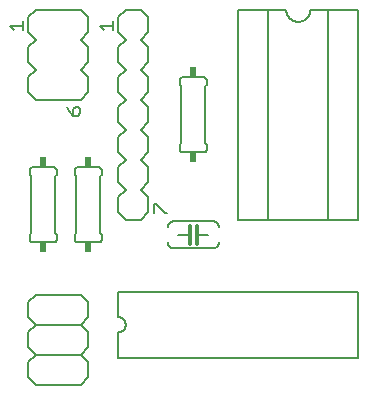
<source format=gto>
G75*
%MOIN*%
%OFA0B0*%
%FSLAX25Y25*%
%IPPOS*%
%LPD*%
%AMOC8*
5,1,8,0,0,1.08239X$1,22.5*
%
%ADD10C,0.00600*%
%ADD11C,0.01200*%
%ADD12R,0.02400X0.03400*%
%ADD13C,0.00500*%
D10*
X0009500Y0009300D02*
X0009500Y0014300D01*
X0012000Y0016800D01*
X0027000Y0016800D01*
X0029500Y0014300D01*
X0029500Y0009300D01*
X0027000Y0006800D01*
X0012000Y0006800D01*
X0009500Y0009300D01*
X0012000Y0016800D02*
X0009500Y0019300D01*
X0009500Y0024300D01*
X0012000Y0026800D01*
X0027000Y0026800D01*
X0029500Y0024300D01*
X0029500Y0019300D01*
X0027000Y0016800D01*
X0027000Y0026800D02*
X0029500Y0029300D01*
X0029500Y0034300D01*
X0027000Y0036800D01*
X0012000Y0036800D01*
X0009500Y0034300D01*
X0009500Y0029300D01*
X0012000Y0026800D01*
X0011000Y0054300D02*
X0018000Y0054300D01*
X0018060Y0054302D01*
X0018121Y0054307D01*
X0018180Y0054316D01*
X0018239Y0054329D01*
X0018298Y0054345D01*
X0018355Y0054365D01*
X0018410Y0054388D01*
X0018465Y0054415D01*
X0018517Y0054444D01*
X0018568Y0054477D01*
X0018617Y0054513D01*
X0018663Y0054551D01*
X0018707Y0054593D01*
X0018749Y0054637D01*
X0018787Y0054683D01*
X0018823Y0054732D01*
X0018856Y0054783D01*
X0018885Y0054835D01*
X0018912Y0054890D01*
X0018935Y0054945D01*
X0018955Y0055002D01*
X0018971Y0055061D01*
X0018984Y0055120D01*
X0018993Y0055179D01*
X0018998Y0055240D01*
X0019000Y0055300D01*
X0019000Y0056800D01*
X0018500Y0057300D01*
X0018500Y0076300D01*
X0019000Y0076800D01*
X0019000Y0078300D01*
X0018998Y0078360D01*
X0018993Y0078421D01*
X0018984Y0078480D01*
X0018971Y0078539D01*
X0018955Y0078598D01*
X0018935Y0078655D01*
X0018912Y0078710D01*
X0018885Y0078765D01*
X0018856Y0078817D01*
X0018823Y0078868D01*
X0018787Y0078917D01*
X0018749Y0078963D01*
X0018707Y0079007D01*
X0018663Y0079049D01*
X0018617Y0079087D01*
X0018568Y0079123D01*
X0018517Y0079156D01*
X0018465Y0079185D01*
X0018410Y0079212D01*
X0018355Y0079235D01*
X0018298Y0079255D01*
X0018239Y0079271D01*
X0018180Y0079284D01*
X0018121Y0079293D01*
X0018060Y0079298D01*
X0018000Y0079300D01*
X0011000Y0079300D01*
X0010940Y0079298D01*
X0010879Y0079293D01*
X0010820Y0079284D01*
X0010761Y0079271D01*
X0010702Y0079255D01*
X0010645Y0079235D01*
X0010590Y0079212D01*
X0010535Y0079185D01*
X0010483Y0079156D01*
X0010432Y0079123D01*
X0010383Y0079087D01*
X0010337Y0079049D01*
X0010293Y0079007D01*
X0010251Y0078963D01*
X0010213Y0078917D01*
X0010177Y0078868D01*
X0010144Y0078817D01*
X0010115Y0078765D01*
X0010088Y0078710D01*
X0010065Y0078655D01*
X0010045Y0078598D01*
X0010029Y0078539D01*
X0010016Y0078480D01*
X0010007Y0078421D01*
X0010002Y0078360D01*
X0010000Y0078300D01*
X0010000Y0076800D01*
X0010500Y0076300D01*
X0010500Y0057300D01*
X0010000Y0056800D01*
X0010000Y0055300D01*
X0010002Y0055240D01*
X0010007Y0055179D01*
X0010016Y0055120D01*
X0010029Y0055061D01*
X0010045Y0055002D01*
X0010065Y0054945D01*
X0010088Y0054890D01*
X0010115Y0054835D01*
X0010144Y0054783D01*
X0010177Y0054732D01*
X0010213Y0054683D01*
X0010251Y0054637D01*
X0010293Y0054593D01*
X0010337Y0054551D01*
X0010383Y0054513D01*
X0010432Y0054477D01*
X0010483Y0054444D01*
X0010535Y0054415D01*
X0010590Y0054388D01*
X0010645Y0054365D01*
X0010702Y0054345D01*
X0010761Y0054329D01*
X0010820Y0054316D01*
X0010879Y0054307D01*
X0010940Y0054302D01*
X0011000Y0054300D01*
X0025000Y0055300D02*
X0025000Y0056800D01*
X0025500Y0057300D01*
X0025500Y0076300D01*
X0025000Y0076800D01*
X0025000Y0078300D01*
X0025002Y0078360D01*
X0025007Y0078421D01*
X0025016Y0078480D01*
X0025029Y0078539D01*
X0025045Y0078598D01*
X0025065Y0078655D01*
X0025088Y0078710D01*
X0025115Y0078765D01*
X0025144Y0078817D01*
X0025177Y0078868D01*
X0025213Y0078917D01*
X0025251Y0078963D01*
X0025293Y0079007D01*
X0025337Y0079049D01*
X0025383Y0079087D01*
X0025432Y0079123D01*
X0025483Y0079156D01*
X0025535Y0079185D01*
X0025590Y0079212D01*
X0025645Y0079235D01*
X0025702Y0079255D01*
X0025761Y0079271D01*
X0025820Y0079284D01*
X0025879Y0079293D01*
X0025940Y0079298D01*
X0026000Y0079300D01*
X0033000Y0079300D01*
X0033060Y0079298D01*
X0033121Y0079293D01*
X0033180Y0079284D01*
X0033239Y0079271D01*
X0033298Y0079255D01*
X0033355Y0079235D01*
X0033410Y0079212D01*
X0033465Y0079185D01*
X0033517Y0079156D01*
X0033568Y0079123D01*
X0033617Y0079087D01*
X0033663Y0079049D01*
X0033707Y0079007D01*
X0033749Y0078963D01*
X0033787Y0078917D01*
X0033823Y0078868D01*
X0033856Y0078817D01*
X0033885Y0078765D01*
X0033912Y0078710D01*
X0033935Y0078655D01*
X0033955Y0078598D01*
X0033971Y0078539D01*
X0033984Y0078480D01*
X0033993Y0078421D01*
X0033998Y0078360D01*
X0034000Y0078300D01*
X0034000Y0076800D01*
X0033500Y0076300D01*
X0033500Y0057300D01*
X0034000Y0056800D01*
X0034000Y0055300D01*
X0033998Y0055240D01*
X0033993Y0055179D01*
X0033984Y0055120D01*
X0033971Y0055061D01*
X0033955Y0055002D01*
X0033935Y0054945D01*
X0033912Y0054890D01*
X0033885Y0054835D01*
X0033856Y0054783D01*
X0033823Y0054732D01*
X0033787Y0054683D01*
X0033749Y0054637D01*
X0033707Y0054593D01*
X0033663Y0054551D01*
X0033617Y0054513D01*
X0033568Y0054477D01*
X0033517Y0054444D01*
X0033465Y0054415D01*
X0033410Y0054388D01*
X0033355Y0054365D01*
X0033298Y0054345D01*
X0033239Y0054329D01*
X0033180Y0054316D01*
X0033121Y0054307D01*
X0033060Y0054302D01*
X0033000Y0054300D01*
X0026000Y0054300D01*
X0025940Y0054302D01*
X0025879Y0054307D01*
X0025820Y0054316D01*
X0025761Y0054329D01*
X0025702Y0054345D01*
X0025645Y0054365D01*
X0025590Y0054388D01*
X0025535Y0054415D01*
X0025483Y0054444D01*
X0025432Y0054477D01*
X0025383Y0054513D01*
X0025337Y0054551D01*
X0025293Y0054593D01*
X0025251Y0054637D01*
X0025213Y0054683D01*
X0025177Y0054732D01*
X0025144Y0054783D01*
X0025115Y0054835D01*
X0025088Y0054890D01*
X0025065Y0054945D01*
X0025045Y0055002D01*
X0025029Y0055061D01*
X0025016Y0055120D01*
X0025007Y0055179D01*
X0025002Y0055240D01*
X0025000Y0055300D01*
X0039500Y0064300D02*
X0039500Y0069300D01*
X0042000Y0071800D01*
X0039500Y0074300D01*
X0039500Y0079300D01*
X0042000Y0081800D01*
X0039500Y0084300D01*
X0039500Y0089300D01*
X0042000Y0091800D01*
X0039500Y0094300D01*
X0039500Y0099300D01*
X0042000Y0101800D01*
X0039500Y0104300D01*
X0039500Y0109300D01*
X0042000Y0111800D01*
X0039500Y0114300D01*
X0039500Y0119300D01*
X0042000Y0121800D01*
X0039500Y0124300D01*
X0039500Y0129300D01*
X0042000Y0131800D01*
X0047000Y0131800D01*
X0049500Y0129300D01*
X0049500Y0124300D01*
X0047000Y0121800D01*
X0049500Y0119300D01*
X0049500Y0114300D01*
X0047000Y0111800D01*
X0049500Y0109300D01*
X0049500Y0104300D01*
X0047000Y0101800D01*
X0049500Y0099300D01*
X0049500Y0094300D01*
X0047000Y0091800D01*
X0049500Y0089300D01*
X0049500Y0084300D01*
X0047000Y0081800D01*
X0049500Y0079300D01*
X0049500Y0074300D01*
X0047000Y0071800D01*
X0049500Y0069300D01*
X0049500Y0064300D01*
X0047000Y0061800D01*
X0042000Y0061800D01*
X0039500Y0064300D01*
X0058000Y0061300D02*
X0071000Y0061300D01*
X0071087Y0061298D01*
X0071174Y0061292D01*
X0071261Y0061283D01*
X0071347Y0061270D01*
X0071433Y0061253D01*
X0071518Y0061232D01*
X0071601Y0061207D01*
X0071684Y0061179D01*
X0071765Y0061148D01*
X0071845Y0061113D01*
X0071923Y0061074D01*
X0072000Y0061032D01*
X0072075Y0060987D01*
X0072147Y0060938D01*
X0072218Y0060887D01*
X0072286Y0060832D01*
X0072351Y0060775D01*
X0072414Y0060714D01*
X0072475Y0060651D01*
X0072532Y0060586D01*
X0072587Y0060518D01*
X0072638Y0060447D01*
X0072687Y0060375D01*
X0072732Y0060300D01*
X0072774Y0060223D01*
X0072813Y0060145D01*
X0072848Y0060065D01*
X0072879Y0059984D01*
X0072907Y0059901D01*
X0072932Y0059818D01*
X0072953Y0059733D01*
X0072970Y0059647D01*
X0072983Y0059561D01*
X0072992Y0059474D01*
X0072998Y0059387D01*
X0073000Y0059300D01*
X0069500Y0056800D02*
X0065800Y0056800D01*
X0063300Y0056800D02*
X0059500Y0056800D01*
X0056000Y0054300D02*
X0056002Y0054213D01*
X0056008Y0054126D01*
X0056017Y0054039D01*
X0056030Y0053953D01*
X0056047Y0053867D01*
X0056068Y0053782D01*
X0056093Y0053699D01*
X0056121Y0053616D01*
X0056152Y0053535D01*
X0056187Y0053455D01*
X0056226Y0053377D01*
X0056268Y0053300D01*
X0056313Y0053225D01*
X0056362Y0053153D01*
X0056413Y0053082D01*
X0056468Y0053014D01*
X0056525Y0052949D01*
X0056586Y0052886D01*
X0056649Y0052825D01*
X0056714Y0052768D01*
X0056782Y0052713D01*
X0056853Y0052662D01*
X0056925Y0052613D01*
X0057000Y0052568D01*
X0057077Y0052526D01*
X0057155Y0052487D01*
X0057235Y0052452D01*
X0057316Y0052421D01*
X0057399Y0052393D01*
X0057482Y0052368D01*
X0057567Y0052347D01*
X0057653Y0052330D01*
X0057739Y0052317D01*
X0057826Y0052308D01*
X0057913Y0052302D01*
X0058000Y0052300D01*
X0071000Y0052300D01*
X0071087Y0052302D01*
X0071174Y0052308D01*
X0071261Y0052317D01*
X0071347Y0052330D01*
X0071433Y0052347D01*
X0071518Y0052368D01*
X0071601Y0052393D01*
X0071684Y0052421D01*
X0071765Y0052452D01*
X0071845Y0052487D01*
X0071923Y0052526D01*
X0072000Y0052568D01*
X0072075Y0052613D01*
X0072147Y0052662D01*
X0072218Y0052713D01*
X0072286Y0052768D01*
X0072351Y0052825D01*
X0072414Y0052886D01*
X0072475Y0052949D01*
X0072532Y0053014D01*
X0072587Y0053082D01*
X0072638Y0053153D01*
X0072687Y0053225D01*
X0072732Y0053300D01*
X0072774Y0053377D01*
X0072813Y0053455D01*
X0072848Y0053535D01*
X0072879Y0053616D01*
X0072907Y0053699D01*
X0072932Y0053782D01*
X0072953Y0053867D01*
X0072970Y0053953D01*
X0072983Y0054039D01*
X0072992Y0054126D01*
X0072998Y0054213D01*
X0073000Y0054300D01*
X0079500Y0061800D02*
X0089500Y0061800D01*
X0089500Y0131800D01*
X0095500Y0131800D01*
X0095502Y0131674D01*
X0095508Y0131549D01*
X0095518Y0131424D01*
X0095532Y0131299D01*
X0095549Y0131174D01*
X0095571Y0131050D01*
X0095596Y0130927D01*
X0095626Y0130805D01*
X0095659Y0130684D01*
X0095696Y0130564D01*
X0095736Y0130445D01*
X0095781Y0130328D01*
X0095829Y0130211D01*
X0095881Y0130097D01*
X0095936Y0129984D01*
X0095995Y0129873D01*
X0096057Y0129764D01*
X0096123Y0129657D01*
X0096192Y0129552D01*
X0096264Y0129449D01*
X0096339Y0129348D01*
X0096418Y0129250D01*
X0096500Y0129155D01*
X0096584Y0129062D01*
X0096672Y0128972D01*
X0096762Y0128884D01*
X0096855Y0128800D01*
X0096950Y0128718D01*
X0097048Y0128639D01*
X0097149Y0128564D01*
X0097252Y0128492D01*
X0097357Y0128423D01*
X0097464Y0128357D01*
X0097573Y0128295D01*
X0097684Y0128236D01*
X0097797Y0128181D01*
X0097911Y0128129D01*
X0098028Y0128081D01*
X0098145Y0128036D01*
X0098264Y0127996D01*
X0098384Y0127959D01*
X0098505Y0127926D01*
X0098627Y0127896D01*
X0098750Y0127871D01*
X0098874Y0127849D01*
X0098999Y0127832D01*
X0099124Y0127818D01*
X0099249Y0127808D01*
X0099374Y0127802D01*
X0099500Y0127800D01*
X0099626Y0127802D01*
X0099751Y0127808D01*
X0099876Y0127818D01*
X0100001Y0127832D01*
X0100126Y0127849D01*
X0100250Y0127871D01*
X0100373Y0127896D01*
X0100495Y0127926D01*
X0100616Y0127959D01*
X0100736Y0127996D01*
X0100855Y0128036D01*
X0100972Y0128081D01*
X0101089Y0128129D01*
X0101203Y0128181D01*
X0101316Y0128236D01*
X0101427Y0128295D01*
X0101536Y0128357D01*
X0101643Y0128423D01*
X0101748Y0128492D01*
X0101851Y0128564D01*
X0101952Y0128639D01*
X0102050Y0128718D01*
X0102145Y0128800D01*
X0102238Y0128884D01*
X0102328Y0128972D01*
X0102416Y0129062D01*
X0102500Y0129155D01*
X0102582Y0129250D01*
X0102661Y0129348D01*
X0102736Y0129449D01*
X0102808Y0129552D01*
X0102877Y0129657D01*
X0102943Y0129764D01*
X0103005Y0129873D01*
X0103064Y0129984D01*
X0103119Y0130097D01*
X0103171Y0130211D01*
X0103219Y0130328D01*
X0103264Y0130445D01*
X0103304Y0130564D01*
X0103341Y0130684D01*
X0103374Y0130805D01*
X0103404Y0130927D01*
X0103429Y0131050D01*
X0103451Y0131174D01*
X0103468Y0131299D01*
X0103482Y0131424D01*
X0103492Y0131549D01*
X0103498Y0131674D01*
X0103500Y0131800D01*
X0109500Y0131800D01*
X0109500Y0061800D01*
X0089500Y0061800D01*
X0079500Y0061800D02*
X0079500Y0131800D01*
X0089500Y0131800D01*
X0109500Y0131800D02*
X0119500Y0131800D01*
X0119500Y0061800D01*
X0109500Y0061800D01*
X0119500Y0037800D02*
X0039500Y0037800D01*
X0039500Y0029300D01*
X0039598Y0029298D01*
X0039696Y0029292D01*
X0039794Y0029283D01*
X0039891Y0029269D01*
X0039988Y0029252D01*
X0040084Y0029231D01*
X0040179Y0029206D01*
X0040273Y0029178D01*
X0040365Y0029145D01*
X0040457Y0029110D01*
X0040547Y0029070D01*
X0040635Y0029028D01*
X0040722Y0028981D01*
X0040806Y0028932D01*
X0040889Y0028879D01*
X0040969Y0028823D01*
X0041048Y0028763D01*
X0041124Y0028701D01*
X0041197Y0028636D01*
X0041268Y0028568D01*
X0041336Y0028497D01*
X0041401Y0028424D01*
X0041463Y0028348D01*
X0041523Y0028269D01*
X0041579Y0028189D01*
X0041632Y0028106D01*
X0041681Y0028022D01*
X0041728Y0027935D01*
X0041770Y0027847D01*
X0041810Y0027757D01*
X0041845Y0027665D01*
X0041878Y0027573D01*
X0041906Y0027479D01*
X0041931Y0027384D01*
X0041952Y0027288D01*
X0041969Y0027191D01*
X0041983Y0027094D01*
X0041992Y0026996D01*
X0041998Y0026898D01*
X0042000Y0026800D01*
X0041998Y0026702D01*
X0041992Y0026604D01*
X0041983Y0026506D01*
X0041969Y0026409D01*
X0041952Y0026312D01*
X0041931Y0026216D01*
X0041906Y0026121D01*
X0041878Y0026027D01*
X0041845Y0025935D01*
X0041810Y0025843D01*
X0041770Y0025753D01*
X0041728Y0025665D01*
X0041681Y0025578D01*
X0041632Y0025494D01*
X0041579Y0025411D01*
X0041523Y0025331D01*
X0041463Y0025252D01*
X0041401Y0025176D01*
X0041336Y0025103D01*
X0041268Y0025032D01*
X0041197Y0024964D01*
X0041124Y0024899D01*
X0041048Y0024837D01*
X0040969Y0024777D01*
X0040889Y0024721D01*
X0040806Y0024668D01*
X0040722Y0024619D01*
X0040635Y0024572D01*
X0040547Y0024530D01*
X0040457Y0024490D01*
X0040365Y0024455D01*
X0040273Y0024422D01*
X0040179Y0024394D01*
X0040084Y0024369D01*
X0039988Y0024348D01*
X0039891Y0024331D01*
X0039794Y0024317D01*
X0039696Y0024308D01*
X0039598Y0024302D01*
X0039500Y0024300D01*
X0039500Y0015800D01*
X0119500Y0015800D01*
X0119500Y0037800D01*
X0069000Y0085300D02*
X0069000Y0086800D01*
X0068500Y0087300D01*
X0068500Y0106300D01*
X0069000Y0106800D01*
X0069000Y0108300D01*
X0068998Y0108360D01*
X0068993Y0108421D01*
X0068984Y0108480D01*
X0068971Y0108539D01*
X0068955Y0108598D01*
X0068935Y0108655D01*
X0068912Y0108710D01*
X0068885Y0108765D01*
X0068856Y0108817D01*
X0068823Y0108868D01*
X0068787Y0108917D01*
X0068749Y0108963D01*
X0068707Y0109007D01*
X0068663Y0109049D01*
X0068617Y0109087D01*
X0068568Y0109123D01*
X0068517Y0109156D01*
X0068465Y0109185D01*
X0068410Y0109212D01*
X0068355Y0109235D01*
X0068298Y0109255D01*
X0068239Y0109271D01*
X0068180Y0109284D01*
X0068121Y0109293D01*
X0068060Y0109298D01*
X0068000Y0109300D01*
X0061000Y0109300D01*
X0060940Y0109298D01*
X0060879Y0109293D01*
X0060820Y0109284D01*
X0060761Y0109271D01*
X0060702Y0109255D01*
X0060645Y0109235D01*
X0060590Y0109212D01*
X0060535Y0109185D01*
X0060483Y0109156D01*
X0060432Y0109123D01*
X0060383Y0109087D01*
X0060337Y0109049D01*
X0060293Y0109007D01*
X0060251Y0108963D01*
X0060213Y0108917D01*
X0060177Y0108868D01*
X0060144Y0108817D01*
X0060115Y0108765D01*
X0060088Y0108710D01*
X0060065Y0108655D01*
X0060045Y0108598D01*
X0060029Y0108539D01*
X0060016Y0108480D01*
X0060007Y0108421D01*
X0060002Y0108360D01*
X0060000Y0108300D01*
X0060000Y0106800D01*
X0060500Y0106300D01*
X0060500Y0087300D01*
X0060000Y0086800D01*
X0060000Y0085300D01*
X0060002Y0085240D01*
X0060007Y0085179D01*
X0060016Y0085120D01*
X0060029Y0085061D01*
X0060045Y0085002D01*
X0060065Y0084945D01*
X0060088Y0084890D01*
X0060115Y0084835D01*
X0060144Y0084783D01*
X0060177Y0084732D01*
X0060213Y0084683D01*
X0060251Y0084637D01*
X0060293Y0084593D01*
X0060337Y0084551D01*
X0060383Y0084513D01*
X0060432Y0084477D01*
X0060483Y0084444D01*
X0060535Y0084415D01*
X0060590Y0084388D01*
X0060645Y0084365D01*
X0060702Y0084345D01*
X0060761Y0084329D01*
X0060820Y0084316D01*
X0060879Y0084307D01*
X0060940Y0084302D01*
X0061000Y0084300D01*
X0068000Y0084300D01*
X0068060Y0084302D01*
X0068121Y0084307D01*
X0068180Y0084316D01*
X0068239Y0084329D01*
X0068298Y0084345D01*
X0068355Y0084365D01*
X0068410Y0084388D01*
X0068465Y0084415D01*
X0068517Y0084444D01*
X0068568Y0084477D01*
X0068617Y0084513D01*
X0068663Y0084551D01*
X0068707Y0084593D01*
X0068749Y0084637D01*
X0068787Y0084683D01*
X0068823Y0084732D01*
X0068856Y0084783D01*
X0068885Y0084835D01*
X0068912Y0084890D01*
X0068935Y0084945D01*
X0068955Y0085002D01*
X0068971Y0085061D01*
X0068984Y0085120D01*
X0068993Y0085179D01*
X0068998Y0085240D01*
X0069000Y0085300D01*
X0058000Y0061300D02*
X0057913Y0061298D01*
X0057826Y0061292D01*
X0057739Y0061283D01*
X0057653Y0061270D01*
X0057567Y0061253D01*
X0057482Y0061232D01*
X0057399Y0061207D01*
X0057316Y0061179D01*
X0057235Y0061148D01*
X0057155Y0061113D01*
X0057077Y0061074D01*
X0057000Y0061032D01*
X0056925Y0060987D01*
X0056853Y0060938D01*
X0056782Y0060887D01*
X0056714Y0060832D01*
X0056649Y0060775D01*
X0056586Y0060714D01*
X0056525Y0060651D01*
X0056468Y0060586D01*
X0056413Y0060518D01*
X0056362Y0060447D01*
X0056313Y0060375D01*
X0056268Y0060300D01*
X0056226Y0060223D01*
X0056187Y0060145D01*
X0056152Y0060065D01*
X0056121Y0059984D01*
X0056093Y0059901D01*
X0056068Y0059818D01*
X0056047Y0059733D01*
X0056030Y0059647D01*
X0056017Y0059561D01*
X0056008Y0059474D01*
X0056002Y0059387D01*
X0056000Y0059300D01*
X0027000Y0101800D02*
X0012000Y0101800D01*
X0009500Y0104300D01*
X0009500Y0109300D01*
X0012000Y0111800D01*
X0009500Y0114300D01*
X0009500Y0119300D01*
X0012000Y0121800D01*
X0009500Y0124300D01*
X0009500Y0129300D01*
X0012000Y0131800D01*
X0027000Y0131800D01*
X0029500Y0129300D01*
X0029500Y0124300D01*
X0027000Y0121800D01*
X0029500Y0119300D01*
X0029500Y0114300D01*
X0027000Y0111800D01*
X0029500Y0109300D01*
X0029500Y0104300D01*
X0027000Y0101800D01*
D11*
X0063300Y0059800D02*
X0063300Y0056800D01*
X0063300Y0053800D01*
X0065800Y0053800D02*
X0065800Y0056800D01*
X0065800Y0059800D01*
D12*
X0064500Y0082600D03*
X0064500Y0111000D03*
X0029500Y0081000D03*
X0014500Y0081000D03*
X0014500Y0052600D03*
X0029500Y0052600D03*
D13*
X0051246Y0063946D02*
X0051246Y0066949D01*
X0051997Y0066949D01*
X0054999Y0063946D01*
X0055750Y0063946D01*
X0025999Y0096446D02*
X0026750Y0097197D01*
X0026750Y0098698D01*
X0025999Y0099449D01*
X0025249Y0099449D01*
X0024498Y0098698D01*
X0024498Y0096446D01*
X0025999Y0096446D01*
X0024498Y0096446D02*
X0022997Y0097947D01*
X0022246Y0099449D01*
X0034747Y0124946D02*
X0033246Y0126447D01*
X0037750Y0126447D01*
X0037750Y0124946D02*
X0037750Y0127949D01*
X0007750Y0127949D02*
X0007750Y0124946D01*
X0007750Y0126447D02*
X0003246Y0126447D01*
X0004747Y0124946D01*
M02*

</source>
